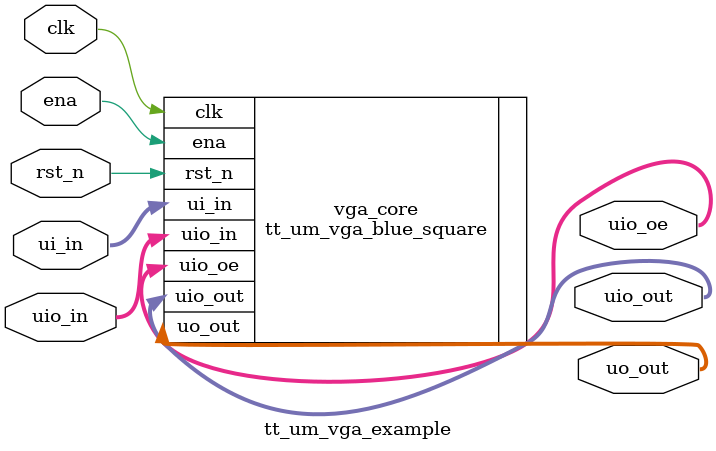
<source format=v>
/*
 * Copyright (c) 2025 RPTU Kaiserslautern-Landau
 * SPDX-License-Identifier: Apache-2.0
 */

`default_nettype none

module tt_um_vga_example (
    input  wire [7:0] ui_in,
    output wire [7:0] uo_out,
    input  wire [7:0] uio_in,
    output wire [7:0] uio_out,
    output wire [7:0] uio_oe,
    input  wire       ena,
    input  wire       clk,
    input  wire       rst_n
);

    // === Instantiate the adaptable module here ===
    tt_um_vga_blue_square vga_core (
        .ui_in   (ui_in),
        .uo_out  (uo_out),
        .uio_in  (uio_in),
        .uio_out (uio_out),
        .uio_oe  (uio_oe),
        .ena     (ena),
        .clk     (clk),
        .rst_n   (rst_n)
    );

endmodule

</source>
